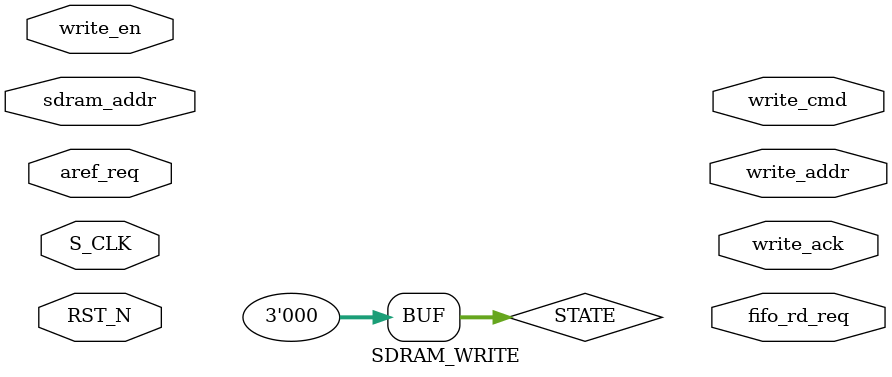
<source format=v>
`timescale 1ns / 1ns
module SDRAM_WRITE(
input								S_CLK					,				//系统时钟
input								RST_N					,				//系统复位输入

output		reg						write_ack				,				//写结束应答
input								write_en				,				//仲裁模块输入的写使能信号
input								aref_req				,
output		reg						fifo_rd_req				,
input				[19:0]			sdram_addr				,
output		reg		[11:0]			write_addr				,
output		reg		[4:0]			write_cmd			
);
//--------------------------------------------------------
//--内部信号
//--------------------------------------------------------
reg			[2:0]					STATE 					;				//状态寄存器
reg			[2:0]					burst_cnt				;				//突发长度计数器
reg									flag_aref				;				//自刷新标志
reg									flag_next_row			;				//换行标志
reg									flag_wd_end				;				//写结束标志
reg			[11:0]					row_addr_cnt			;				//行地址计数
reg			[7:0]					col_addr_cnt			;				//列地址计数


//--------------------------------------------------------
//--参数定义
//--------------------------------------------------------
localparam		IDLE = 3'D0 ,ACT = 3'D1 ,WD = 3'D2 , PREC = 3'D3 ,WAIT = 3'D4; 
localparam		CMD_WRITE = 5'B10100 ,CMD_ACT = 5'B10011 ,CMD_PREC = 5'B10010,CMD_NOP = 5'B10111;

`define		BURST_LENGHT	4

//--------------------------------------------------------
//--写状态转换
//--------------------------------------------------------
always@(posedge S_CLK or negedge RST_N) begin
	if(!RST_N)	begin
		STATE <= IDLE ;
		// write_ack <= 1'b0 ;
		flag_aref <= 1'b0 ;
		flag_wd_end <= 1'b0 ;
		flag_next_row <= 1'b0 ;
		burst_cnt <= 'b0 ;
		row_addr_cnt <= 'b0 ;
		col_addr_cnt <= 'b0 ;
	end
	else begin
		case(STATE)
			IDLE :begin
				if(write_en) begin
					if(flag_wd_end) begin
						STATE <= PREC ;
						flag_wd_end <= 1'b0 ;
					end
					else begin
						STATE <= ACT ;
					end
				end
				else begin
					STATE <= IDLE ;
				end
			end
			ACT :begin
				STATE <= WD ;
				
				if(flag_next_row) begin
					col_addr_cnt <= 'b0 ;
				end
				else if(flag_aref) begin
					col_addr_cnt <= col_addr_cnt ;
				end
				else begin
					row_addr_cnt <= sdram_addr[11:0] ;
					col_addr_cnt <= sdram_addr[19:12] ;
				end
				
			end
			WD :begin
				if(burst_cnt == `BURST_LENGHT - 1'b1 ) begin							//突发结束	
					if(~write_en) begin
						STATE <= IDLE ;
						flag_wd_end <= 1'b1 ;
					end
					else if(aref_req) begin										//自刷新
						flag_aref <= 1'b1 ;
						STATE <= WAIT ;
					end
					else if(col_addr_cnt == 256 - `BURST_LENGHT ) begin							//换行
						flag_next_row <= 1'b1 ;
						STATE <= WAIT;
					end
					else begin
						flag_aref <= 1'b0 ;
						flag_next_row <= 1'b0 ;
						flag_wd_end <= 1'b0 ;
						// write_ack <= 1'b0 ;
					end
					burst_cnt <= 'b0 ;
					// write_ack <= 1'b1 ;
					col_addr_cnt <= col_addr_cnt + `BURST_LENGHT ;
				end
				else begin
					STATE <= WD ;
					burst_cnt <= burst_cnt + 1'b1 ;
					flag_aref <= 1'b0 ;
					flag_next_row <= 1'b0 ;
					flag_wd_end <= 1'b0 ;
					// write_ack <= 1'b0 ;
				end		
			end
			PREC :begin
				if(flag_aref || flag_wd_end) begin
					STATE <= IDLE ;
				end
				else if(flag_next_row) begin
					STATE <= ACT ;
					row_addr_cnt <= row_addr_cnt + 1'b1 ;
				end
				else begin
					STATE <= ACT ;
				end
			end
			WAIT :begin
				STATE <= PREC ;
			end
			default :begin
				STATE <= IDLE ;
			end
		endcase
	end
end
//--------------------------------------------------------
//--写状态输出
//--------------------------------------------------------
always@(*) begin
	case(STATE)
		IDLE :begin
			
			write_ack <= 1'b0 ;
			fifo_rd_req <= 1'b0 ;
			write_cmd <= CMD_NOP ;
			write_addr <= 12'b0100_0000_0000;
						
		end
		ACT :begin
			if(flag_aref ) begin			//
				write_cmd <= CMD_ACT ;
				write_addr <= row_addr_cnt ;
			end
			else if(flag_next_row) begin
				write_cmd <= CMD_ACT ;
				write_addr <= row_addr_cnt  ;
			end
			else begin
				write_cmd <= CMD_ACT ;
				write_addr <= sdram_addr[11:0] ;
			end
			burst_cnt <= 'b0 ;
			fifo_rd_req <= 1'b1 ;
		end
		WD :begin
			case(burst_cnt)
				0 :begin
					write_cmd <= CMD_WRITE ;
					write_addr <= col_addr_cnt;
				end
				1,2,3:begin
					write_cmd <= CMD_NOP ;
					write_addr <= 12'b0100_0000_0000;
				end
				
				default :begin
					
				end
			endcase
			
			if(burst_cnt > 2) begin
				write_ack <= 1'b1 ;
				// fifo_rd_req <= 1'b0 ;
			end
			else begin
				write_ack <= 1'b0 ;
				// fifo_rd_req <= 1'b1 ;
			end
		end
		PREC :begin
			write_cmd <= CMD_PREC ;
			fifo_rd_req <= 1'b0 ;
			write_addr <= 12'b0100_0000_0000;
		end
		WAIT :begin
			write_cmd <= CMD_NOP ;
			write_addr <= 12'b0100_0000_0000;
		end
		default :begin	
			STATE <= IDLE ;
		end
	endcase
end
	
endmodule
</source>
